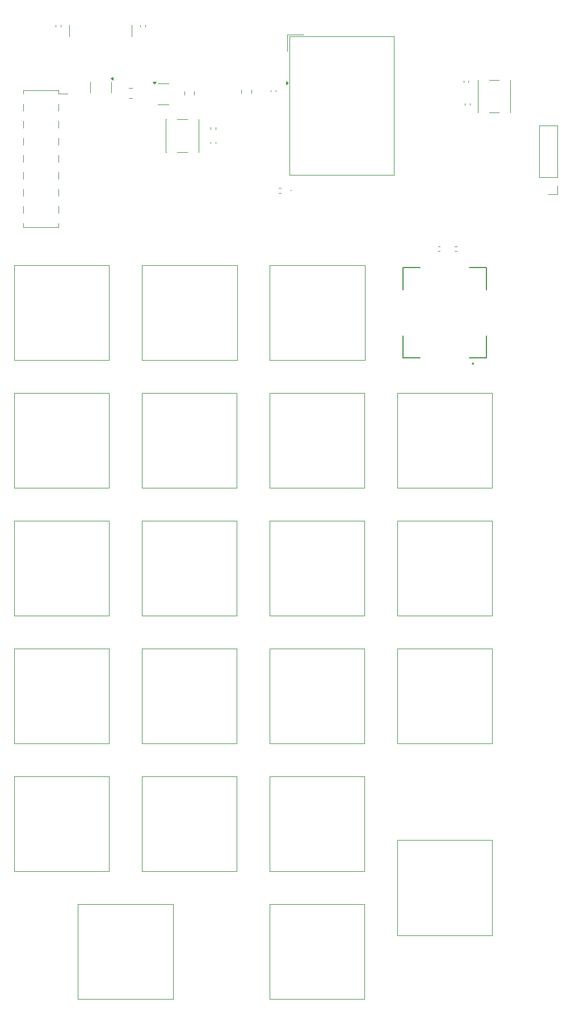
<source format=gbr>
%TF.GenerationSoftware,KiCad,Pcbnew,8.0.6*%
%TF.CreationDate,2024-12-09T21:02:00-05:00*%
%TF.ProjectId,kiCAD Keypad,6b694341-4420-44b6-9579-7061642e6b69,rev?*%
%TF.SameCoordinates,Original*%
%TF.FileFunction,Legend,Top*%
%TF.FilePolarity,Positive*%
%FSLAX46Y46*%
G04 Gerber Fmt 4.6, Leading zero omitted, Abs format (unit mm)*
G04 Created by KiCad (PCBNEW 8.0.6) date 2024-12-09 21:02:00*
%MOMM*%
%LPD*%
G01*
G04 APERTURE LIST*
%ADD10C,0.120000*%
%ADD11C,0.127000*%
%ADD12C,0.200000*%
%ADD13C,0.100000*%
G04 APERTURE END LIST*
D10*
%TO.C,C3*%
X109640000Y-46392164D02*
X109640000Y-46607836D01*
X110360000Y-46392164D02*
X110360000Y-46607836D01*
%TO.C,SW1*%
X111750000Y-46250000D02*
X111800000Y-46250000D01*
X111750000Y-51150000D02*
X111750000Y-46250000D01*
X111750000Y-51150000D02*
X111800000Y-51150000D01*
X113450000Y-46250000D02*
X114950000Y-46250000D01*
X113450000Y-51150000D02*
X114950000Y-51150000D01*
X116650000Y-46250000D02*
X116600000Y-46250000D01*
X116650000Y-51150000D02*
X116600000Y-51150000D01*
X116650000Y-51150000D02*
X116650000Y-46250000D01*
%TO.C,R1*%
X110580000Y-49746359D02*
X110580000Y-50053641D01*
X109820000Y-49746359D02*
X109820000Y-50053641D01*
%TO.C,U3*%
X83375000Y-39500000D02*
X83375000Y-41950000D01*
X83375000Y-39500000D02*
X85825000Y-39500000D01*
X83650000Y-39750000D02*
X99250000Y-39750000D01*
X83650000Y-60450000D02*
X83650000Y-39750000D01*
X99250000Y-39750000D02*
X99250000Y-60450000D01*
X99250000Y-60450000D02*
X83650000Y-60450000D01*
X83475000Y-46700000D02*
X83139000Y-46940000D01*
X83139000Y-46460000D01*
X83475000Y-46700000D01*
G36*
X83475000Y-46700000D02*
G01*
X83139000Y-46940000D01*
X83139000Y-46460000D01*
X83475000Y-46700000D01*
G37*
%TO.C,J2*%
X120970000Y-60730000D02*
X120970000Y-53050000D01*
X123630000Y-53050000D02*
X120970000Y-53050000D01*
X123630000Y-60730000D02*
X120970000Y-60730000D01*
X123630000Y-60730000D02*
X123630000Y-53050000D01*
X123630000Y-62000000D02*
X123630000Y-63330000D01*
X123630000Y-63330000D02*
X122300000Y-63330000D01*
%TO.C,U4*%
X64837500Y-46840000D02*
X64037500Y-46840000D01*
X64837500Y-46840000D02*
X65637500Y-46840000D01*
X64837500Y-49960000D02*
X64037500Y-49960000D01*
X64837500Y-49960000D02*
X65637500Y-49960000D01*
X63537500Y-46890000D02*
X63297500Y-46560000D01*
X63777500Y-46560000D01*
X63537500Y-46890000D01*
G36*
X63537500Y-46890000D02*
G01*
X63297500Y-46560000D01*
X63777500Y-46560000D01*
X63537500Y-46890000D01*
G37*
D11*
%TO.C,SW3*%
X100588750Y-74262500D02*
X100588750Y-77562500D01*
X100588750Y-87662500D02*
X100588750Y-84362500D01*
X103138750Y-74262500D02*
X100588750Y-74262500D01*
X103138750Y-87662500D02*
X100588750Y-87662500D01*
X113088750Y-74262500D02*
X110538750Y-74262500D01*
X113088750Y-77562500D02*
X113088750Y-74262500D01*
X113088750Y-84362500D02*
X113088750Y-87662500D01*
X113088750Y-87662500D02*
X110538750Y-87662500D01*
D12*
X111138750Y-88562500D02*
G75*
G02*
X110938750Y-88562500I-100000J0D01*
G01*
X110938750Y-88562500D02*
G75*
G02*
X111138750Y-88562500I100000J0D01*
G01*
D10*
%TO.C,SW2*%
X70150000Y-57050000D02*
X70150000Y-52150000D01*
X70150000Y-57050000D02*
X70100000Y-57050000D01*
X70150000Y-52150000D02*
X70100000Y-52150000D01*
X66950000Y-57050000D02*
X68450000Y-57050000D01*
X66950000Y-52150000D02*
X68450000Y-52150000D01*
X65250000Y-57050000D02*
X65300000Y-57050000D01*
X65250000Y-57050000D02*
X65250000Y-52150000D01*
X65250000Y-52150000D02*
X65300000Y-52150000D01*
%TO.C,J3*%
X44000000Y-47780000D02*
X44000000Y-48350000D01*
X44000000Y-47780000D02*
X49200000Y-47780000D01*
X44000000Y-49870000D02*
X44000000Y-50890000D01*
X44000000Y-52410000D02*
X44000000Y-53430000D01*
X44000000Y-54950000D02*
X44000000Y-55970000D01*
X44000000Y-57490000D02*
X44000000Y-58510000D01*
X44000000Y-60030000D02*
X44000000Y-61050000D01*
X44000000Y-62570000D02*
X44000000Y-63590000D01*
X44000000Y-65110000D02*
X44000000Y-66130000D01*
X44000000Y-67650000D02*
X44000000Y-68220000D01*
X44000000Y-68220000D02*
X49200000Y-68220000D01*
X49200000Y-47780000D02*
X49200000Y-48350000D01*
X49200000Y-48350000D02*
X50560000Y-48350000D01*
X49200000Y-49870000D02*
X49200000Y-50890000D01*
X49200000Y-52410000D02*
X49200000Y-53430000D01*
X49200000Y-54950000D02*
X49200000Y-55970000D01*
X49200000Y-57490000D02*
X49200000Y-58510000D01*
X49200000Y-60030000D02*
X49200000Y-61050000D01*
X49200000Y-62570000D02*
X49200000Y-63590000D01*
X49200000Y-65110000D02*
X49200000Y-66130000D01*
X49200000Y-67650000D02*
X49200000Y-68220000D01*
%TO.C,S8*%
X42588750Y-111962500D02*
X42588750Y-126162500D01*
X42588750Y-126162500D02*
X56788750Y-126162500D01*
X56788750Y-111962500D02*
X42588750Y-111962500D01*
X56788750Y-126162500D02*
X56788750Y-111962500D01*
%TO.C,S1*%
X42588750Y-73862500D02*
X42588750Y-88062500D01*
X42588750Y-88062500D02*
X56788750Y-88062500D01*
X56788750Y-73862500D02*
X42588750Y-73862500D01*
X56788750Y-88062500D02*
X56788750Y-73862500D01*
%TO.C,R3*%
X48820000Y-38353641D02*
X48820000Y-38046359D01*
X49580000Y-38353641D02*
X49580000Y-38046359D01*
%TO.C,S21*%
X80688750Y-169112500D02*
X80688750Y-183312500D01*
X80688750Y-183312500D02*
X94888750Y-183312500D01*
X94888750Y-169112500D02*
X80688750Y-169112500D01*
X94888750Y-183312500D02*
X94888750Y-169112500D01*
%TO.C,R4*%
X61420000Y-38353641D02*
X61420000Y-38046359D01*
X62180000Y-38353641D02*
X62180000Y-38046359D01*
%TO.C,S3*%
X80718750Y-73862500D02*
X80718750Y-88062500D01*
X80718750Y-88062500D02*
X94918750Y-88062500D01*
X94918750Y-73862500D02*
X80718750Y-73862500D01*
X94918750Y-88062500D02*
X94918750Y-73862500D01*
%TO.C,R6*%
X108356359Y-71057500D02*
X108663641Y-71057500D01*
X108356359Y-71817500D02*
X108663641Y-71817500D01*
%TO.C,C6*%
X69485000Y-47988748D02*
X69485000Y-48511252D01*
X68015000Y-47988748D02*
X68015000Y-48511252D01*
%TO.C,R2*%
X71920000Y-53346359D02*
X71920000Y-53653641D01*
X72680000Y-53346359D02*
X72680000Y-53653641D01*
%TO.C,C5*%
X60261252Y-48985000D02*
X59738748Y-48985000D01*
X60261252Y-47515000D02*
X59738748Y-47515000D01*
%TO.C,S12*%
X42588750Y-131012500D02*
X42588750Y-145212500D01*
X42588750Y-145212500D02*
X56788750Y-145212500D01*
X56788750Y-131012500D02*
X42588750Y-131012500D01*
X56788750Y-145212500D02*
X56788750Y-131012500D01*
%TO.C,S14*%
X80688750Y-131012500D02*
X80688750Y-145212500D01*
X80688750Y-145212500D02*
X94888750Y-145212500D01*
X94888750Y-131012500D02*
X80688750Y-131012500D01*
X94888750Y-145212500D02*
X94888750Y-131012500D01*
D13*
%TO.C,D22*%
X83975000Y-62800000D02*
G75*
G02*
X83875000Y-62800000I-50000J0D01*
G01*
X83875000Y-62800000D02*
G75*
G02*
X83975000Y-62800000I50000J0D01*
G01*
D10*
%TO.C,S6*%
X80688750Y-92912500D02*
X80688750Y-107112500D01*
X80688750Y-107112500D02*
X94888750Y-107112500D01*
X94888750Y-92912500D02*
X80688750Y-92912500D01*
X94888750Y-107112500D02*
X94888750Y-92912500D01*
%TO.C,S7*%
X99738750Y-92912500D02*
X99738750Y-107112500D01*
X99738750Y-107112500D02*
X113938750Y-107112500D01*
X113938750Y-92912500D02*
X99738750Y-92912500D01*
X113938750Y-107112500D02*
X113938750Y-92912500D01*
%TO.C,R5*%
X105846359Y-71057500D02*
X106153641Y-71057500D01*
X105846359Y-71817500D02*
X106153641Y-71817500D01*
%TO.C,S13*%
X61638750Y-131012500D02*
X61638750Y-145212500D01*
X61638750Y-145212500D02*
X75838750Y-145212500D01*
X75838750Y-131012500D02*
X61638750Y-131012500D01*
X75838750Y-145212500D02*
X75838750Y-131012500D01*
%TO.C,C2*%
X76515000Y-48261252D02*
X76515000Y-47738748D01*
X77985000Y-48261252D02*
X77985000Y-47738748D01*
%TO.C,S11*%
X99738750Y-111962500D02*
X99738750Y-126162500D01*
X99738750Y-126162500D02*
X113938750Y-126162500D01*
X113938750Y-111962500D02*
X99738750Y-111962500D01*
X113938750Y-126162500D02*
X113938750Y-111962500D01*
%TO.C,S2*%
X61668750Y-73862500D02*
X61668750Y-88062500D01*
X61668750Y-88062500D02*
X75868750Y-88062500D01*
X75868750Y-73862500D02*
X61668750Y-73862500D01*
X75868750Y-88062500D02*
X75868750Y-73862500D01*
%TO.C,S4*%
X42588750Y-92912500D02*
X42588750Y-107112500D01*
X42588750Y-107112500D02*
X56788750Y-107112500D01*
X56788750Y-92912500D02*
X42588750Y-92912500D01*
X56788750Y-107112500D02*
X56788750Y-92912500D01*
%TO.C,S5*%
X61638750Y-92912500D02*
X61638750Y-107112500D01*
X61638750Y-107112500D02*
X75838750Y-107112500D01*
X75838750Y-92912500D02*
X61638750Y-92912500D01*
X75838750Y-107112500D02*
X75838750Y-92912500D01*
%TO.C,C1*%
X80890000Y-48007836D02*
X80890000Y-47792164D01*
X81610000Y-48007836D02*
X81610000Y-47792164D01*
%TO.C,S18*%
X80688750Y-150062500D02*
X80688750Y-164262500D01*
X80688750Y-164262500D02*
X94888750Y-164262500D01*
X94888750Y-150062500D02*
X80688750Y-150062500D01*
X94888750Y-164262500D02*
X94888750Y-150062500D01*
%TO.C,S20*%
X52113750Y-169112500D02*
X52113750Y-183312500D01*
X52113750Y-183312500D02*
X66313750Y-183312500D01*
X66313750Y-169112500D02*
X52113750Y-169112500D01*
X66313750Y-183312500D02*
X66313750Y-169112500D01*
%TO.C,S15*%
X99738750Y-131012500D02*
X99738750Y-145212500D01*
X99738750Y-145212500D02*
X113938750Y-145212500D01*
X113938750Y-131012500D02*
X99738750Y-131012500D01*
X113938750Y-145212500D02*
X113938750Y-131012500D01*
%TO.C,S17*%
X61638750Y-150062500D02*
X61638750Y-164262500D01*
X61638750Y-164262500D02*
X75838750Y-164262500D01*
X75838750Y-150062500D02*
X61638750Y-150062500D01*
X75838750Y-164262500D02*
X75838750Y-150062500D01*
%TO.C,S9*%
X61638750Y-111962500D02*
X61638750Y-126162500D01*
X61638750Y-126162500D02*
X75838750Y-126162500D01*
X75838750Y-111962500D02*
X61638750Y-111962500D01*
X75838750Y-126162500D02*
X75838750Y-111962500D01*
%TO.C,S10*%
X80688750Y-111962500D02*
X80688750Y-126162500D01*
X80688750Y-126162500D02*
X94888750Y-126162500D01*
X94888750Y-111962500D02*
X80688750Y-111962500D01*
X94888750Y-126162500D02*
X94888750Y-111962500D01*
%TO.C,J1*%
X50830000Y-38100000D02*
X50830000Y-39800000D01*
X60170000Y-38100000D02*
X60170000Y-39800000D01*
%TO.C,S16*%
X42588750Y-150062500D02*
X42588750Y-164262500D01*
X42588750Y-164262500D02*
X56788750Y-164262500D01*
X56788750Y-150062500D02*
X42588750Y-150062500D01*
X56788750Y-164262500D02*
X56788750Y-150062500D01*
%TO.C,S19*%
X99738750Y-159587500D02*
X99738750Y-173787500D01*
X99738750Y-173787500D02*
X113938750Y-173787500D01*
X113938750Y-159587500D02*
X99738750Y-159587500D01*
X113938750Y-173787500D02*
X113938750Y-159587500D01*
%TO.C,R7*%
X82418641Y-62420000D02*
X82111359Y-62420000D01*
X82418641Y-63180000D02*
X82111359Y-63180000D01*
%TO.C,C4*%
X71940000Y-55717836D02*
X71940000Y-55502164D01*
X72660000Y-55717836D02*
X72660000Y-55502164D01*
%TO.C,U2*%
X57340000Y-46315000D02*
X57010000Y-46075000D01*
X57340000Y-45835000D01*
X57340000Y-46315000D01*
G36*
X57340000Y-46315000D02*
G01*
X57010000Y-46075000D01*
X57340000Y-45835000D01*
X57340000Y-46315000D01*
G37*
X57060000Y-47375000D02*
X57060000Y-48175000D01*
X57060000Y-47375000D02*
X57060000Y-46575000D01*
X53940000Y-47375000D02*
X53940000Y-48175000D01*
X53940000Y-47375000D02*
X53940000Y-46575000D01*
%TD*%
M02*

</source>
